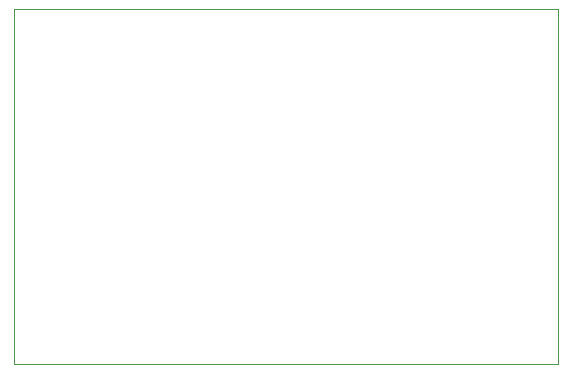
<source format=gbr>
G04 #@! TF.FileFunction,Profile,NP*
%FSLAX46Y46*%
G04 Gerber Fmt 4.6, Leading zero omitted, Abs format (unit mm)*
G04 Created by KiCad (PCBNEW 4.1.0-alpha+201605272346+6836~44~ubuntu16.04.1-product) date Fri Jun 10 12:21:42 2016*
%MOMM*%
%LPD*%
G01*
G04 APERTURE LIST*
%ADD10C,0.100000*%
G04 APERTURE END LIST*
D10*
X151000000Y-97000000D02*
X151000000Y-67000000D01*
X197000000Y-97000000D02*
X151000000Y-97000000D01*
X197000000Y-67000000D02*
X197000000Y-97000000D01*
X151000000Y-67000000D02*
X197000000Y-67000000D01*
M02*

</source>
